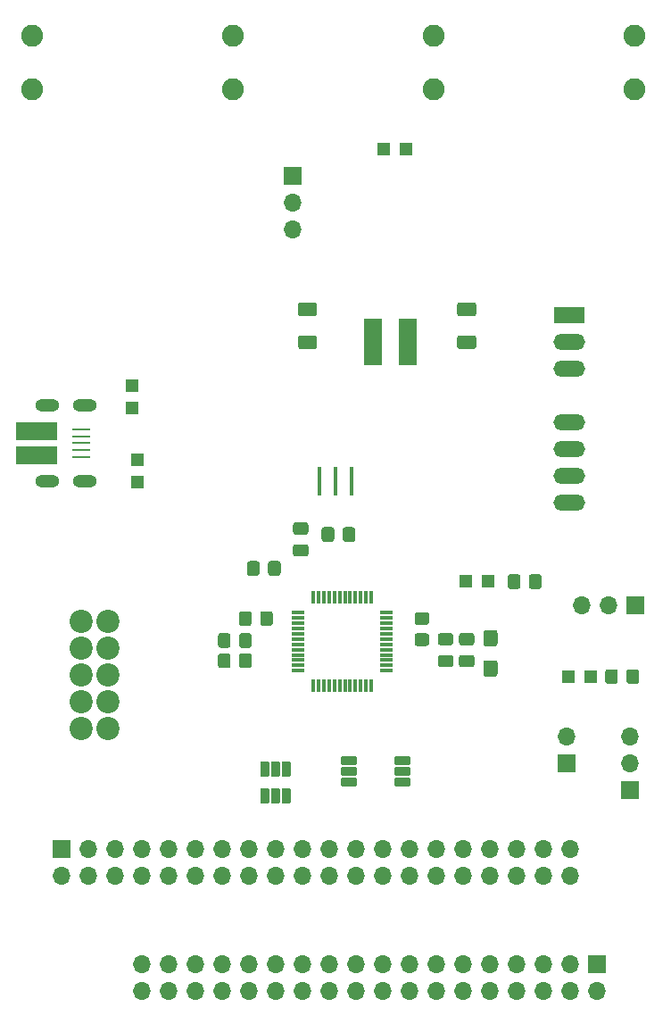
<source format=gts>
%TF.GenerationSoftware,KiCad,Pcbnew,(5.1.7)-1*%
%TF.CreationDate,2020-10-18T12:33:11-05:00*%
%TF.ProjectId,Programmer Board,50726f67-7261-46d6-9d65-7220426f6172,A*%
%TF.SameCoordinates,Original*%
%TF.FileFunction,Soldermask,Top*%
%TF.FilePolarity,Negative*%
%FSLAX46Y46*%
G04 Gerber Fmt 4.6, Leading zero omitted, Abs format (unit mm)*
G04 Created by KiCad (PCBNEW (5.1.7)-1) date 2020-10-18 12:33:11*
%MOMM*%
%LPD*%
G01*
G04 APERTURE LIST*
%ADD10R,1.750000X4.500000*%
%ADD11C,2.200000*%
%ADD12R,1.200000X0.300000*%
%ADD13R,0.300000X1.200000*%
%ADD14R,0.400000X2.750000*%
%ADD15O,1.700000X1.700000*%
%ADD16R,1.700000X1.700000*%
%ADD17O,3.000000X1.500000*%
%ADD18R,3.000000X1.500000*%
%ADD19C,2.082800*%
%ADD20R,1.700000X0.250000*%
%ADD21O,2.300000X1.200000*%
%ADD22R,3.900000X1.800000*%
%ADD23R,1.200000X1.200000*%
G04 APERTURE END LIST*
D10*
%TO.C,L1*%
X145875000Y-103050000D03*
X142625000Y-103050000D03*
%TD*%
D11*
%TO.C,J7*%
X114960000Y-139710000D03*
X117500000Y-139710000D03*
X114960000Y-137170000D03*
X117500000Y-137170000D03*
X114960000Y-134630000D03*
X117500000Y-134630000D03*
X114960000Y-132090000D03*
X117500000Y-132090000D03*
X114960000Y-129550000D03*
X117500000Y-129550000D03*
%TD*%
D12*
%TO.C,U1*%
X135500000Y-131695000D03*
X135500000Y-131195000D03*
D13*
X139950000Y-127245000D03*
X139450000Y-127245000D03*
D12*
X135500000Y-130695000D03*
X135500000Y-130195000D03*
X135500000Y-129695000D03*
X135500000Y-129195000D03*
X135500000Y-128695000D03*
D13*
X138950000Y-127245000D03*
X138450000Y-127245000D03*
X137950000Y-127245000D03*
X137450000Y-127245000D03*
X136950000Y-127245000D03*
D12*
X135500000Y-132195000D03*
X135500000Y-132695000D03*
X135500000Y-133195000D03*
X135500000Y-133695000D03*
X135500000Y-134195000D03*
D13*
X140450000Y-127245000D03*
X140950000Y-127245000D03*
X141450000Y-127245000D03*
X141950000Y-127245000D03*
X142450000Y-127245000D03*
X136950000Y-135645000D03*
X137450000Y-135645000D03*
X137950000Y-135645000D03*
X138450000Y-135645000D03*
X138950000Y-135645000D03*
X139450000Y-135645000D03*
X139950000Y-135645000D03*
X140450000Y-135645000D03*
X140950000Y-135645000D03*
X141450000Y-135645000D03*
X141950000Y-135645000D03*
X142450000Y-135645000D03*
D12*
X143900000Y-134195000D03*
X143900000Y-133695000D03*
X143900000Y-133195000D03*
X143900000Y-132695000D03*
X143900000Y-132195000D03*
X143900000Y-131695000D03*
X143900000Y-131195000D03*
X143900000Y-130695000D03*
X143900000Y-130195000D03*
X143900000Y-129695000D03*
X143900000Y-129195000D03*
X143900000Y-128695000D03*
%TD*%
D14*
%TO.C,Y1*%
X137565000Y-116205000D03*
X139065000Y-116205000D03*
X140565000Y-116205000D03*
%TD*%
%TO.C,R13*%
G36*
G01*
X139735000Y-121735001D02*
X139735000Y-120834999D01*
G75*
G02*
X139984999Y-120585000I249999J0D01*
G01*
X140685001Y-120585000D01*
G75*
G02*
X140935000Y-120834999I0J-249999D01*
G01*
X140935000Y-121735001D01*
G75*
G02*
X140685001Y-121985000I-249999J0D01*
G01*
X139984999Y-121985000D01*
G75*
G02*
X139735000Y-121735001I0J249999D01*
G01*
G37*
G36*
G01*
X137735000Y-121735001D02*
X137735000Y-120834999D01*
G75*
G02*
X137984999Y-120585000I249999J0D01*
G01*
X138685001Y-120585000D01*
G75*
G02*
X138935000Y-120834999I0J-249999D01*
G01*
X138935000Y-121735001D01*
G75*
G02*
X138685001Y-121985000I-249999J0D01*
G01*
X137984999Y-121985000D01*
G75*
G02*
X137735000Y-121735001I0J249999D01*
G01*
G37*
%TD*%
D15*
%TO.C,J5*%
X161290000Y-153670000D03*
X161290000Y-151130000D03*
X158750000Y-153670000D03*
X158750000Y-151130000D03*
X156210000Y-153670000D03*
X156210000Y-151130000D03*
X153670000Y-153670000D03*
X153670000Y-151130000D03*
X151130000Y-153670000D03*
X151130000Y-151130000D03*
X148590000Y-153670000D03*
X148590000Y-151130000D03*
X146050000Y-153670000D03*
X146050000Y-151130000D03*
X143510000Y-153670000D03*
X143510000Y-151130000D03*
X140970000Y-153670000D03*
X140970000Y-151130000D03*
X138430000Y-153670000D03*
X138430000Y-151130000D03*
X135890000Y-153670000D03*
X135890000Y-151130000D03*
X133350000Y-153670000D03*
X133350000Y-151130000D03*
X130810000Y-153670000D03*
X130810000Y-151130000D03*
X128270000Y-153670000D03*
X128270000Y-151130000D03*
X125730000Y-153670000D03*
X125730000Y-151130000D03*
X123190000Y-153670000D03*
X123190000Y-151130000D03*
X120650000Y-153670000D03*
X120650000Y-151130000D03*
X118110000Y-153670000D03*
X118110000Y-151130000D03*
X115570000Y-153670000D03*
X115570000Y-151130000D03*
X113030000Y-153670000D03*
D16*
X113030000Y-151130000D03*
%TD*%
%TO.C,JP5*%
G36*
G01*
X132753100Y-142875000D02*
X132753100Y-144145000D01*
G75*
G02*
X132651500Y-144246600I-101600J0D01*
G01*
X132016500Y-144246600D01*
G75*
G02*
X131914900Y-144145000I0J101600D01*
G01*
X131914900Y-142875000D01*
G75*
G02*
X132016500Y-142773400I101600J0D01*
G01*
X132651500Y-142773400D01*
G75*
G02*
X132753100Y-142875000I0J-101600D01*
G01*
G37*
G36*
G01*
X133769100Y-142875000D02*
X133769100Y-144145000D01*
G75*
G02*
X133667500Y-144246600I-101600J0D01*
G01*
X133032500Y-144246600D01*
G75*
G02*
X132930900Y-144145000I0J101600D01*
G01*
X132930900Y-142875000D01*
G75*
G02*
X133032500Y-142773400I101600J0D01*
G01*
X133667500Y-142773400D01*
G75*
G02*
X133769100Y-142875000I0J-101600D01*
G01*
G37*
G36*
G01*
X134785100Y-142875000D02*
X134785100Y-144145000D01*
G75*
G02*
X134683500Y-144246600I-101600J0D01*
G01*
X134048500Y-144246600D01*
G75*
G02*
X133946900Y-144145000I0J101600D01*
G01*
X133946900Y-142875000D01*
G75*
G02*
X134048500Y-142773400I101600J0D01*
G01*
X134683500Y-142773400D01*
G75*
G02*
X134785100Y-142875000I0J-101600D01*
G01*
G37*
%TD*%
%TO.C,JP4*%
G36*
G01*
X133946900Y-146685000D02*
X133946900Y-145415000D01*
G75*
G02*
X134048500Y-145313400I101600J0D01*
G01*
X134683500Y-145313400D01*
G75*
G02*
X134785100Y-145415000I0J-101600D01*
G01*
X134785100Y-146685000D01*
G75*
G02*
X134683500Y-146786600I-101600J0D01*
G01*
X134048500Y-146786600D01*
G75*
G02*
X133946900Y-146685000I0J101600D01*
G01*
G37*
G36*
G01*
X132930900Y-146685000D02*
X132930900Y-145415000D01*
G75*
G02*
X133032500Y-145313400I101600J0D01*
G01*
X133667500Y-145313400D01*
G75*
G02*
X133769100Y-145415000I0J-101600D01*
G01*
X133769100Y-146685000D01*
G75*
G02*
X133667500Y-146786600I-101600J0D01*
G01*
X133032500Y-146786600D01*
G75*
G02*
X132930900Y-146685000I0J101600D01*
G01*
G37*
G36*
G01*
X131914900Y-146685000D02*
X131914900Y-145415000D01*
G75*
G02*
X132016500Y-145313400I101600J0D01*
G01*
X132651500Y-145313400D01*
G75*
G02*
X132753100Y-145415000I0J-101600D01*
G01*
X132753100Y-146685000D01*
G75*
G02*
X132651500Y-146786600I-101600J0D01*
G01*
X132016500Y-146786600D01*
G75*
G02*
X131914900Y-146685000I0J101600D01*
G01*
G37*
%TD*%
%TO.C,JP2*%
G36*
G01*
X140970000Y-143167100D02*
X139700000Y-143167100D01*
G75*
G02*
X139598400Y-143065500I0J101600D01*
G01*
X139598400Y-142430500D01*
G75*
G02*
X139700000Y-142328900I101600J0D01*
G01*
X140970000Y-142328900D01*
G75*
G02*
X141071600Y-142430500I0J-101600D01*
G01*
X141071600Y-143065500D01*
G75*
G02*
X140970000Y-143167100I-101600J0D01*
G01*
G37*
G36*
G01*
X140970000Y-144183100D02*
X139700000Y-144183100D01*
G75*
G02*
X139598400Y-144081500I0J101600D01*
G01*
X139598400Y-143446500D01*
G75*
G02*
X139700000Y-143344900I101600J0D01*
G01*
X140970000Y-143344900D01*
G75*
G02*
X141071600Y-143446500I0J-101600D01*
G01*
X141071600Y-144081500D01*
G75*
G02*
X140970000Y-144183100I-101600J0D01*
G01*
G37*
G36*
G01*
X140970000Y-145199100D02*
X139700000Y-145199100D01*
G75*
G02*
X139598400Y-145097500I0J101600D01*
G01*
X139598400Y-144462500D01*
G75*
G02*
X139700000Y-144360900I101600J0D01*
G01*
X140970000Y-144360900D01*
G75*
G02*
X141071600Y-144462500I0J-101600D01*
G01*
X141071600Y-145097500D01*
G75*
G02*
X140970000Y-145199100I-101600J0D01*
G01*
G37*
%TD*%
%TO.C,JP1*%
G36*
G01*
X144780000Y-144360900D02*
X146050000Y-144360900D01*
G75*
G02*
X146151600Y-144462500I0J-101600D01*
G01*
X146151600Y-145097500D01*
G75*
G02*
X146050000Y-145199100I-101600J0D01*
G01*
X144780000Y-145199100D01*
G75*
G02*
X144678400Y-145097500I0J101600D01*
G01*
X144678400Y-144462500D01*
G75*
G02*
X144780000Y-144360900I101600J0D01*
G01*
G37*
G36*
G01*
X144780000Y-143344900D02*
X146050000Y-143344900D01*
G75*
G02*
X146151600Y-143446500I0J-101600D01*
G01*
X146151600Y-144081500D01*
G75*
G02*
X146050000Y-144183100I-101600J0D01*
G01*
X144780000Y-144183100D01*
G75*
G02*
X144678400Y-144081500I0J101600D01*
G01*
X144678400Y-143446500D01*
G75*
G02*
X144780000Y-143344900I101600J0D01*
G01*
G37*
G36*
G01*
X144780000Y-142328900D02*
X146050000Y-142328900D01*
G75*
G02*
X146151600Y-142430500I0J-101600D01*
G01*
X146151600Y-143065500D01*
G75*
G02*
X146050000Y-143167100I-101600J0D01*
G01*
X144780000Y-143167100D01*
G75*
G02*
X144678400Y-143065500I0J101600D01*
G01*
X144678400Y-142430500D01*
G75*
G02*
X144780000Y-142328900I101600J0D01*
G01*
G37*
%TD*%
D17*
%TO.C,U2*%
X161250000Y-118280000D03*
X161250000Y-115740000D03*
X161250000Y-105580000D03*
X161250000Y-113200000D03*
X161250000Y-110660000D03*
X161250000Y-103040000D03*
D18*
X161250000Y-100500000D03*
%TD*%
%TO.C,R12*%
G36*
G01*
X166650000Y-135200001D02*
X166650000Y-134299999D01*
G75*
G02*
X166899999Y-134050000I249999J0D01*
G01*
X167600001Y-134050000D01*
G75*
G02*
X167850000Y-134299999I0J-249999D01*
G01*
X167850000Y-135200001D01*
G75*
G02*
X167600001Y-135450000I-249999J0D01*
G01*
X166899999Y-135450000D01*
G75*
G02*
X166650000Y-135200001I0J249999D01*
G01*
G37*
G36*
G01*
X164650000Y-135200001D02*
X164650000Y-134299999D01*
G75*
G02*
X164899999Y-134050000I249999J0D01*
G01*
X165600001Y-134050000D01*
G75*
G02*
X165850000Y-134299999I0J-249999D01*
G01*
X165850000Y-135200001D01*
G75*
G02*
X165600001Y-135450000I-249999J0D01*
G01*
X164899999Y-135450000D01*
G75*
G02*
X164650000Y-135200001I0J249999D01*
G01*
G37*
%TD*%
%TO.C,R11*%
G36*
G01*
X157400000Y-126200001D02*
X157400000Y-125299999D01*
G75*
G02*
X157649999Y-125050000I249999J0D01*
G01*
X158350001Y-125050000D01*
G75*
G02*
X158600000Y-125299999I0J-249999D01*
G01*
X158600000Y-126200001D01*
G75*
G02*
X158350001Y-126450000I-249999J0D01*
G01*
X157649999Y-126450000D01*
G75*
G02*
X157400000Y-126200001I0J249999D01*
G01*
G37*
G36*
G01*
X155400000Y-126200001D02*
X155400000Y-125299999D01*
G75*
G02*
X155649999Y-125050000I249999J0D01*
G01*
X156350001Y-125050000D01*
G75*
G02*
X156600000Y-125299999I0J-249999D01*
G01*
X156600000Y-126200001D01*
G75*
G02*
X156350001Y-126450000I-249999J0D01*
G01*
X155649999Y-126450000D01*
G75*
G02*
X155400000Y-126200001I0J249999D01*
G01*
G37*
%TD*%
%TO.C,R5*%
G36*
G01*
X146799999Y-130650000D02*
X147700001Y-130650000D01*
G75*
G02*
X147950000Y-130899999I0J-249999D01*
G01*
X147950000Y-131600001D01*
G75*
G02*
X147700001Y-131850000I-249999J0D01*
G01*
X146799999Y-131850000D01*
G75*
G02*
X146550000Y-131600001I0J249999D01*
G01*
X146550000Y-130899999D01*
G75*
G02*
X146799999Y-130650000I249999J0D01*
G01*
G37*
G36*
G01*
X146799999Y-128650000D02*
X147700001Y-128650000D01*
G75*
G02*
X147950000Y-128899999I0J-249999D01*
G01*
X147950000Y-129600001D01*
G75*
G02*
X147700001Y-129850000I-249999J0D01*
G01*
X146799999Y-129850000D01*
G75*
G02*
X146550000Y-129600001I0J249999D01*
G01*
X146550000Y-128899999D01*
G75*
G02*
X146799999Y-128650000I249999J0D01*
G01*
G37*
%TD*%
%TO.C,R4*%
G36*
G01*
X131850000Y-124049999D02*
X131850000Y-124950001D01*
G75*
G02*
X131600001Y-125200000I-249999J0D01*
G01*
X130899999Y-125200000D01*
G75*
G02*
X130650000Y-124950001I0J249999D01*
G01*
X130650000Y-124049999D01*
G75*
G02*
X130899999Y-123800000I249999J0D01*
G01*
X131600001Y-123800000D01*
G75*
G02*
X131850000Y-124049999I0J-249999D01*
G01*
G37*
G36*
G01*
X133850000Y-124049999D02*
X133850000Y-124950001D01*
G75*
G02*
X133600001Y-125200000I-249999J0D01*
G01*
X132899999Y-125200000D01*
G75*
G02*
X132650000Y-124950001I0J249999D01*
G01*
X132650000Y-124049999D01*
G75*
G02*
X132899999Y-123800000I249999J0D01*
G01*
X133600001Y-123800000D01*
G75*
G02*
X133850000Y-124049999I0J-249999D01*
G01*
G37*
%TD*%
%TO.C,R3*%
G36*
G01*
X131100000Y-128799999D02*
X131100000Y-129700001D01*
G75*
G02*
X130850001Y-129950000I-249999J0D01*
G01*
X130149999Y-129950000D01*
G75*
G02*
X129900000Y-129700001I0J249999D01*
G01*
X129900000Y-128799999D01*
G75*
G02*
X130149999Y-128550000I249999J0D01*
G01*
X130850001Y-128550000D01*
G75*
G02*
X131100000Y-128799999I0J-249999D01*
G01*
G37*
G36*
G01*
X133100000Y-128799999D02*
X133100000Y-129700001D01*
G75*
G02*
X132850001Y-129950000I-249999J0D01*
G01*
X132149999Y-129950000D01*
G75*
G02*
X131900000Y-129700001I0J249999D01*
G01*
X131900000Y-128799999D01*
G75*
G02*
X132149999Y-128550000I249999J0D01*
G01*
X132850001Y-128550000D01*
G75*
G02*
X133100000Y-128799999I0J-249999D01*
G01*
G37*
%TD*%
%TO.C,R2*%
G36*
G01*
X129100000Y-132799999D02*
X129100000Y-133700001D01*
G75*
G02*
X128850001Y-133950000I-249999J0D01*
G01*
X128149999Y-133950000D01*
G75*
G02*
X127900000Y-133700001I0J249999D01*
G01*
X127900000Y-132799999D01*
G75*
G02*
X128149999Y-132550000I249999J0D01*
G01*
X128850001Y-132550000D01*
G75*
G02*
X129100000Y-132799999I0J-249999D01*
G01*
G37*
G36*
G01*
X131100000Y-132799999D02*
X131100000Y-133700001D01*
G75*
G02*
X130850001Y-133950000I-249999J0D01*
G01*
X130149999Y-133950000D01*
G75*
G02*
X129900000Y-133700001I0J249999D01*
G01*
X129900000Y-132799999D01*
G75*
G02*
X130149999Y-132550000I249999J0D01*
G01*
X130850001Y-132550000D01*
G75*
G02*
X131100000Y-132799999I0J-249999D01*
G01*
G37*
%TD*%
%TO.C,R1*%
G36*
G01*
X129100000Y-130879600D02*
X129100000Y-131780400D01*
G75*
G02*
X128850400Y-132030000I-249600J0D01*
G01*
X128149600Y-132030000D01*
G75*
G02*
X127900000Y-131780400I0J249600D01*
G01*
X127900000Y-130879600D01*
G75*
G02*
X128149600Y-130630000I249600J0D01*
G01*
X128850400Y-130630000D01*
G75*
G02*
X129100000Y-130879600I0J-249600D01*
G01*
G37*
G36*
G01*
X131100000Y-130879999D02*
X131100000Y-131780001D01*
G75*
G02*
X130850001Y-132030000I-249999J0D01*
G01*
X130149999Y-132030000D01*
G75*
G02*
X129900000Y-131780001I0J249999D01*
G01*
X129900000Y-130879999D01*
G75*
G02*
X130149999Y-130630000I249999J0D01*
G01*
X130850001Y-130630000D01*
G75*
G02*
X131100000Y-130879999I0J-249999D01*
G01*
G37*
%TD*%
D15*
%TO.C,J13*%
X161000000Y-140460000D03*
D16*
X161000000Y-143000000D03*
%TD*%
D19*
%TO.C,J12*%
X148350000Y-73960000D03*
X148350000Y-79040000D03*
%TD*%
%TO.C,J11*%
X167400000Y-73960000D03*
X167400000Y-79040000D03*
%TD*%
D15*
%TO.C,J10*%
X162460000Y-128000000D03*
X165000000Y-128000000D03*
D16*
X167540000Y-128000000D03*
%TD*%
D15*
%TO.C,J9*%
X120650000Y-164540000D03*
X120650000Y-162000000D03*
X123190000Y-164540000D03*
X123190000Y-162000000D03*
X125730000Y-164540000D03*
X125730000Y-162000000D03*
X128270000Y-164540000D03*
X128270000Y-162000000D03*
X130810000Y-164540000D03*
X130810000Y-162000000D03*
X133350000Y-164540000D03*
X133350000Y-162000000D03*
X135890000Y-164540000D03*
X135890000Y-162000000D03*
X138430000Y-164540000D03*
X138430000Y-162000000D03*
X140970000Y-164540000D03*
X140970000Y-162000000D03*
X143510000Y-164540000D03*
X143510000Y-162000000D03*
X146050000Y-164540000D03*
X146050000Y-162000000D03*
X148590000Y-164540000D03*
X148590000Y-162000000D03*
X151130000Y-164540000D03*
X151130000Y-162000000D03*
X153670000Y-164540000D03*
X153670000Y-162000000D03*
X156210000Y-164540000D03*
X156210000Y-162000000D03*
X158750000Y-164540000D03*
X158750000Y-162000000D03*
X161290000Y-164540000D03*
X161290000Y-162000000D03*
X163830000Y-164540000D03*
D16*
X163830000Y-162000000D03*
%TD*%
D15*
%TO.C,J6*%
X167000000Y-140470000D03*
X167000000Y-143010000D03*
D16*
X167000000Y-145550000D03*
%TD*%
D20*
%TO.C,J4*%
X114885000Y-113900000D03*
X114885000Y-113250000D03*
X114885000Y-112600000D03*
X114885000Y-111950000D03*
X114885000Y-111300000D03*
D21*
X115235000Y-116200000D03*
X111685000Y-116200000D03*
X115235000Y-109000000D03*
X111685000Y-109000000D03*
D22*
X110685000Y-113750000D03*
X110685000Y-111450000D03*
%TD*%
D19*
%TO.C,J3*%
X110250000Y-73960000D03*
X110250000Y-79040000D03*
%TD*%
D15*
%TO.C,J2*%
X135000000Y-92330000D03*
X135000000Y-89790000D03*
D16*
X135000000Y-87250000D03*
%TD*%
D19*
%TO.C,J1*%
X129300000Y-73960000D03*
X129300000Y-79040000D03*
%TD*%
D23*
%TO.C,FB2*%
X119750000Y-109300000D03*
X119750000Y-107200000D03*
%TD*%
%TO.C,FB1*%
X120250000Y-116300000D03*
X120250000Y-114200000D03*
%TD*%
%TO.C,D3*%
X161150000Y-134750000D03*
X163250000Y-134750000D03*
%TD*%
%TO.C,D2*%
X151450000Y-125750000D03*
X153550000Y-125750000D03*
%TD*%
%TO.C,D1*%
X143650000Y-84750000D03*
X145750000Y-84750000D03*
%TD*%
%TO.C,C9*%
G36*
G01*
X152150001Y-100587500D02*
X150849999Y-100587500D01*
G75*
G02*
X150600000Y-100337501I0J249999D01*
G01*
X150600000Y-99512499D01*
G75*
G02*
X150849999Y-99262500I249999J0D01*
G01*
X152150001Y-99262500D01*
G75*
G02*
X152400000Y-99512499I0J-249999D01*
G01*
X152400000Y-100337501D01*
G75*
G02*
X152150001Y-100587500I-249999J0D01*
G01*
G37*
G36*
G01*
X152150001Y-103712500D02*
X150849999Y-103712500D01*
G75*
G02*
X150600000Y-103462501I0J249999D01*
G01*
X150600000Y-102637499D01*
G75*
G02*
X150849999Y-102387500I249999J0D01*
G01*
X152150001Y-102387500D01*
G75*
G02*
X152400000Y-102637499I0J-249999D01*
G01*
X152400000Y-103462501D01*
G75*
G02*
X152150001Y-103712500I-249999J0D01*
G01*
G37*
%TD*%
%TO.C,C8*%
G36*
G01*
X137050001Y-100587500D02*
X135749999Y-100587500D01*
G75*
G02*
X135500000Y-100337501I0J249999D01*
G01*
X135500000Y-99512499D01*
G75*
G02*
X135749999Y-99262500I249999J0D01*
G01*
X137050001Y-99262500D01*
G75*
G02*
X137300000Y-99512499I0J-249999D01*
G01*
X137300000Y-100337501D01*
G75*
G02*
X137050001Y-100587500I-249999J0D01*
G01*
G37*
G36*
G01*
X137050001Y-103712500D02*
X135749999Y-103712500D01*
G75*
G02*
X135500000Y-103462501I0J249999D01*
G01*
X135500000Y-102637499D01*
G75*
G02*
X135749999Y-102387500I249999J0D01*
G01*
X137050001Y-102387500D01*
G75*
G02*
X137300000Y-102637499I0J-249999D01*
G01*
X137300000Y-103462501D01*
G75*
G02*
X137050001Y-103712500I-249999J0D01*
G01*
G37*
%TD*%
%TO.C,C7*%
G36*
G01*
X153324999Y-133212500D02*
X154175001Y-133212500D01*
G75*
G02*
X154425000Y-133462499I0J-249999D01*
G01*
X154425000Y-134537501D01*
G75*
G02*
X154175001Y-134787500I-249999J0D01*
G01*
X153324999Y-134787500D01*
G75*
G02*
X153075000Y-134537501I0J249999D01*
G01*
X153075000Y-133462499D01*
G75*
G02*
X153324999Y-133212500I249999J0D01*
G01*
G37*
G36*
G01*
X153324999Y-130337500D02*
X154175001Y-130337500D01*
G75*
G02*
X154425000Y-130587499I0J-249999D01*
G01*
X154425000Y-131662501D01*
G75*
G02*
X154175001Y-131912500I-249999J0D01*
G01*
X153324999Y-131912500D01*
G75*
G02*
X153075000Y-131662501I0J249999D01*
G01*
X153075000Y-130587499D01*
G75*
G02*
X153324999Y-130337500I249999J0D01*
G01*
G37*
%TD*%
%TO.C,C6*%
G36*
G01*
X151025000Y-132700000D02*
X151975000Y-132700000D01*
G75*
G02*
X152225000Y-132950000I0J-250000D01*
G01*
X152225000Y-133625000D01*
G75*
G02*
X151975000Y-133875000I-250000J0D01*
G01*
X151025000Y-133875000D01*
G75*
G02*
X150775000Y-133625000I0J250000D01*
G01*
X150775000Y-132950000D01*
G75*
G02*
X151025000Y-132700000I250000J0D01*
G01*
G37*
G36*
G01*
X151025000Y-130625000D02*
X151975000Y-130625000D01*
G75*
G02*
X152225000Y-130875000I0J-250000D01*
G01*
X152225000Y-131550000D01*
G75*
G02*
X151975000Y-131800000I-250000J0D01*
G01*
X151025000Y-131800000D01*
G75*
G02*
X150775000Y-131550000I0J250000D01*
G01*
X150775000Y-130875000D01*
G75*
G02*
X151025000Y-130625000I250000J0D01*
G01*
G37*
%TD*%
%TO.C,C5*%
G36*
G01*
X149025000Y-132700000D02*
X149975000Y-132700000D01*
G75*
G02*
X150225000Y-132950000I0J-250000D01*
G01*
X150225000Y-133625000D01*
G75*
G02*
X149975000Y-133875000I-250000J0D01*
G01*
X149025000Y-133875000D01*
G75*
G02*
X148775000Y-133625000I0J250000D01*
G01*
X148775000Y-132950000D01*
G75*
G02*
X149025000Y-132700000I250000J0D01*
G01*
G37*
G36*
G01*
X149025000Y-130625000D02*
X149975000Y-130625000D01*
G75*
G02*
X150225000Y-130875000I0J-250000D01*
G01*
X150225000Y-131550000D01*
G75*
G02*
X149975000Y-131800000I-250000J0D01*
G01*
X149025000Y-131800000D01*
G75*
G02*
X148775000Y-131550000I0J250000D01*
G01*
X148775000Y-130875000D01*
G75*
G02*
X149025000Y-130625000I250000J0D01*
G01*
G37*
%TD*%
%TO.C,C3*%
G36*
G01*
X136225000Y-121300000D02*
X135275000Y-121300000D01*
G75*
G02*
X135025000Y-121050000I0J250000D01*
G01*
X135025000Y-120375000D01*
G75*
G02*
X135275000Y-120125000I250000J0D01*
G01*
X136225000Y-120125000D01*
G75*
G02*
X136475000Y-120375000I0J-250000D01*
G01*
X136475000Y-121050000D01*
G75*
G02*
X136225000Y-121300000I-250000J0D01*
G01*
G37*
G36*
G01*
X136225000Y-123375000D02*
X135275000Y-123375000D01*
G75*
G02*
X135025000Y-123125000I0J250000D01*
G01*
X135025000Y-122450000D01*
G75*
G02*
X135275000Y-122200000I250000J0D01*
G01*
X136225000Y-122200000D01*
G75*
G02*
X136475000Y-122450000I0J-250000D01*
G01*
X136475000Y-123125000D01*
G75*
G02*
X136225000Y-123375000I-250000J0D01*
G01*
G37*
%TD*%
M02*

</source>
